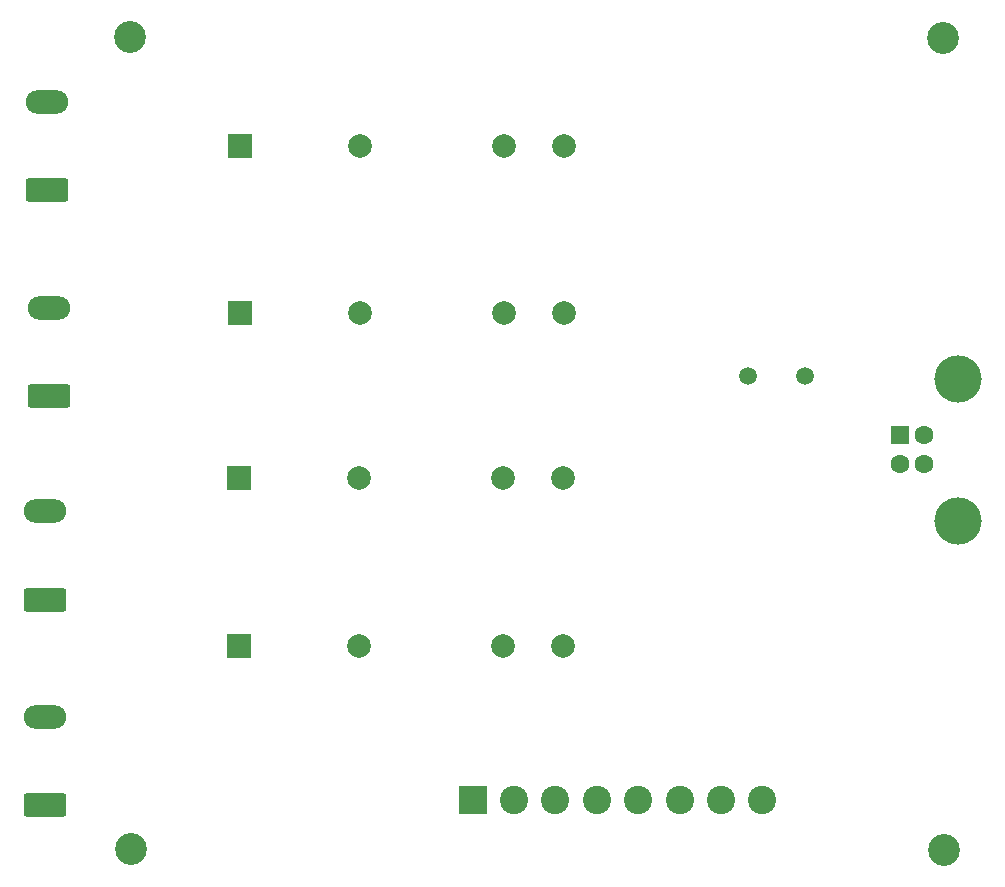
<source format=gbr>
%TF.GenerationSoftware,KiCad,Pcbnew,6.99.0-unknown-08a8a20794~162~ubuntu22.04.1*%
%TF.CreationDate,2022-12-21T10:25:03+01:00*%
%TF.ProjectId,usb_relay,7573625f-7265-46c6-9179-2e6b69636164,rev?*%
%TF.SameCoordinates,Original*%
%TF.FileFunction,Soldermask,Bot*%
%TF.FilePolarity,Negative*%
%FSLAX46Y46*%
G04 Gerber Fmt 4.6, Leading zero omitted, Abs format (unit mm)*
G04 Created by KiCad (PCBNEW 6.99.0-unknown-08a8a20794~162~ubuntu22.04.1) date 2022-12-21 10:25:03*
%MOMM*%
%LPD*%
G01*
G04 APERTURE LIST*
G04 Aperture macros list*
%AMRoundRect*
0 Rectangle with rounded corners*
0 $1 Rounding radius*
0 $2 $3 $4 $5 $6 $7 $8 $9 X,Y pos of 4 corners*
0 Add a 4 corners polygon primitive as box body*
4,1,4,$2,$3,$4,$5,$6,$7,$8,$9,$2,$3,0*
0 Add four circle primitives for the rounded corners*
1,1,$1+$1,$2,$3*
1,1,$1+$1,$4,$5*
1,1,$1+$1,$6,$7*
1,1,$1+$1,$8,$9*
0 Add four rect primitives between the rounded corners*
20,1,$1+$1,$2,$3,$4,$5,0*
20,1,$1+$1,$4,$5,$6,$7,0*
20,1,$1+$1,$6,$7,$8,$9,0*
20,1,$1+$1,$8,$9,$2,$3,0*%
G04 Aperture macros list end*
%ADD10RoundRect,0.250000X1.550000X-0.750000X1.550000X0.750000X-1.550000X0.750000X-1.550000X-0.750000X0*%
%ADD11O,3.600000X2.000000*%
%ADD12R,1.600000X1.600000*%
%ADD13C,1.600000*%
%ADD14C,4.000000*%
%ADD15C,2.700000*%
%ADD16R,2.000000X2.000000*%
%ADD17C,2.000000*%
%ADD18R,2.400000X2.400000*%
%ADD19C,2.400000*%
%ADD20C,1.500000*%
G04 APERTURE END LIST*
D10*
%TO.C,J4*%
X138898500Y-121225000D03*
D11*
X138898499Y-113724999D03*
%TD*%
D12*
%TO.C,J7*%
X211296899Y-89885199D03*
D13*
X211296900Y-92385200D03*
X213296900Y-92385200D03*
X213296900Y-89885200D03*
D14*
X216156900Y-85135200D03*
X216156900Y-97135200D03*
%TD*%
D15*
%TO.C,REF\u002A\u002A*%
X214884000Y-56286400D03*
%TD*%
D16*
%TO.C,U5*%
X155403499Y-79528499D03*
D17*
X165563500Y-79528500D03*
X177755500Y-79528500D03*
X182835500Y-79528500D03*
%TD*%
D16*
%TO.C,U4*%
X155276499Y-93498499D03*
D17*
X165436500Y-93498500D03*
X177628500Y-93498500D03*
X182708500Y-93498500D03*
%TD*%
D16*
%TO.C,U2*%
X155403499Y-65431499D03*
D17*
X165563500Y-65431500D03*
X177755500Y-65431500D03*
X182835500Y-65431500D03*
%TD*%
D10*
%TO.C,J5*%
X138898500Y-103826000D03*
D11*
X138898499Y-96325999D03*
%TD*%
D10*
%TO.C,J6*%
X139192000Y-86614000D03*
D11*
X139191999Y-79113999D03*
%TD*%
D16*
%TO.C,U3*%
X155276499Y-107722499D03*
D17*
X165436500Y-107722500D03*
X177628500Y-107722500D03*
X182708500Y-107722500D03*
%TD*%
D15*
%TO.C,REF\u002A\u002A*%
X146202400Y-124917200D03*
%TD*%
%TO.C,REF\u002A\u002A*%
X214985600Y-125018800D03*
%TD*%
%TO.C,REF\u002A\u002A*%
X146100800Y-56184800D03*
%TD*%
D18*
%TO.C,J2*%
X175102999Y-120776999D03*
D19*
X178603000Y-120777000D03*
X182103000Y-120777000D03*
X185603000Y-120777000D03*
X189103000Y-120777000D03*
X192603000Y-120777000D03*
X196103000Y-120777000D03*
X199603000Y-120777000D03*
%TD*%
D20*
%TO.C,Y1*%
X203262400Y-84886800D03*
X198362400Y-84886800D03*
%TD*%
D10*
%TO.C,J3*%
X139025500Y-69155000D03*
D11*
X139025499Y-61654999D03*
%TD*%
M02*

</source>
